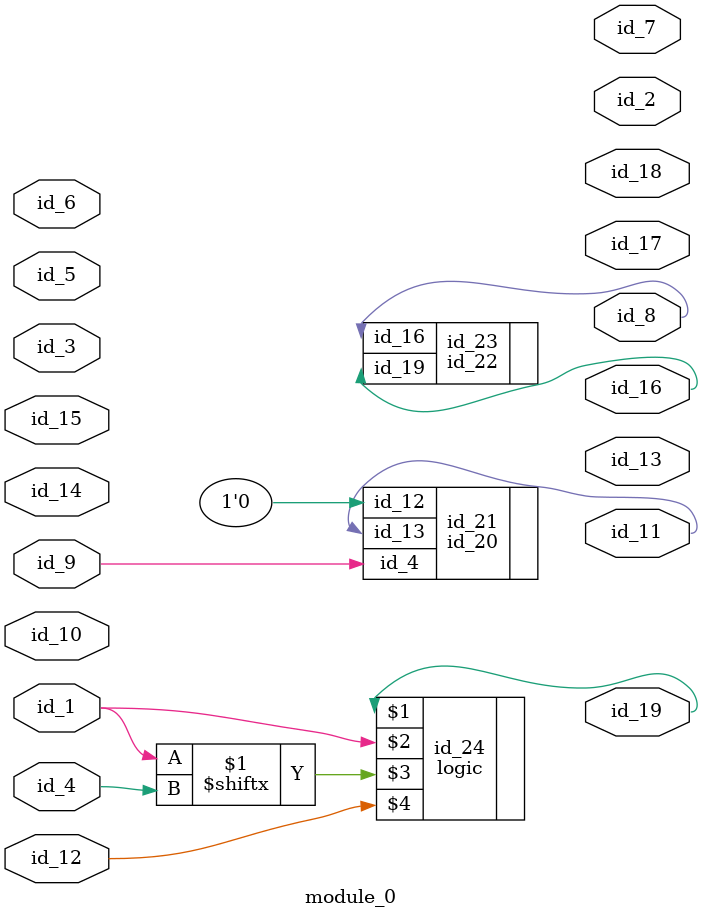
<source format=v>
`timescale 1ps / 1ps
module module_0 (
    id_1,
    id_2,
    id_3,
    id_4,
    id_5,
    id_6,
    id_7,
    id_8,
    id_9,
    id_10,
    id_11,
    id_12,
    id_13,
    id_14,
    id_15,
    id_16,
    id_17,
    id_18,
    id_19
);
  output id_19;
  output id_18;
  output id_17;
  output id_16;
  input id_15;
  input id_14;
  output id_13;
  input id_12;
  output id_11;
  input id_10;
  input id_9;
  output id_8;
  output id_7;
  input id_6;
  input id_5;
  input id_4;
  input id_3;
  output id_2;
  input id_1;
  id_20 id_21 (
      .id_4 (id_9),
      .id_12(1'b0),
      .id_13(id_11)
  );
  id_22 id_23 (
      .id_19(id_16),
      .id_16(id_8)
  );
  logic id_24 (
      id_19,
      id_1,
      id_1[id_4],
      id_12
  );
endmodule

</source>
